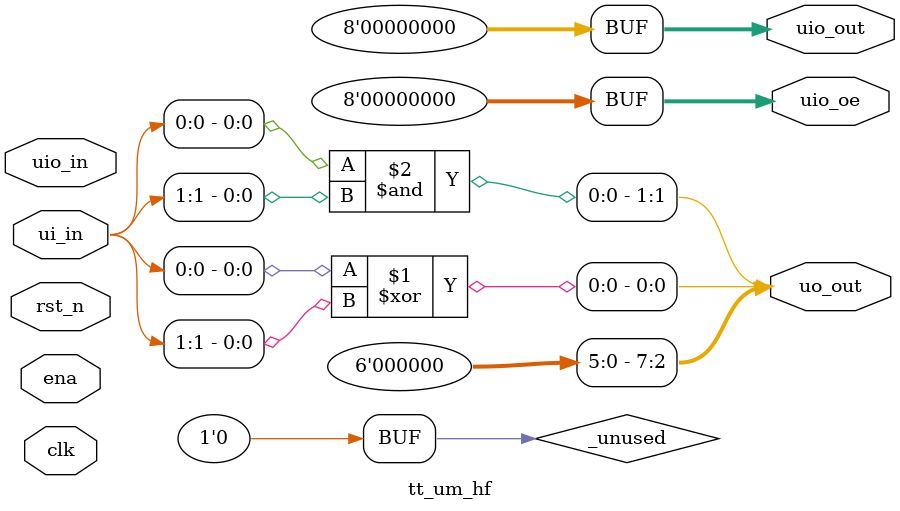
<source format=v>
/*
 * Copyright (c) 2024 Your Name
 * SPDX-License-Identifier: Apache-2.0
 */

`default_nettype none

module tt_um_hf (
    input  wire [7:0] ui_in,    // Dedicated inputs
    output wire [7:0] uo_out,   // Dedicated outputs
    input  wire [7:0] uio_in,   // IOs: Input path
    output wire [7:0] uio_out,  // IOs: Output path
    output wire [7:0] uio_oe,   // IOs: Enable path (active high: 0=input, 1=output)
    input  wire       ena,      // always 1 when the design is powered, so you can ignore it
    input  wire       clk,      // clock
    input  wire       rst_n     // reset_n - low to reset
);

  // All output pins must be assigned. If not used, assign to 0.
 // assign uo_out  = ui_in + uio_in;  // Example: ou_out is the sum of ui_in and uio_in
    assign uo_out[0]= ui_in[0] ^ ui_in[1];
    assign uo_out[1]= ui_in[0] & ui_in[1];
  assign uio_out = 0;
  assign uio_oe  = 0;
    assign uo_out[7:2]=6'b0;

  // List all unused inputs to prevent warnings
  wire _unused = &{ena, clk, rst_n, 1'b0};

endmodule

</source>
